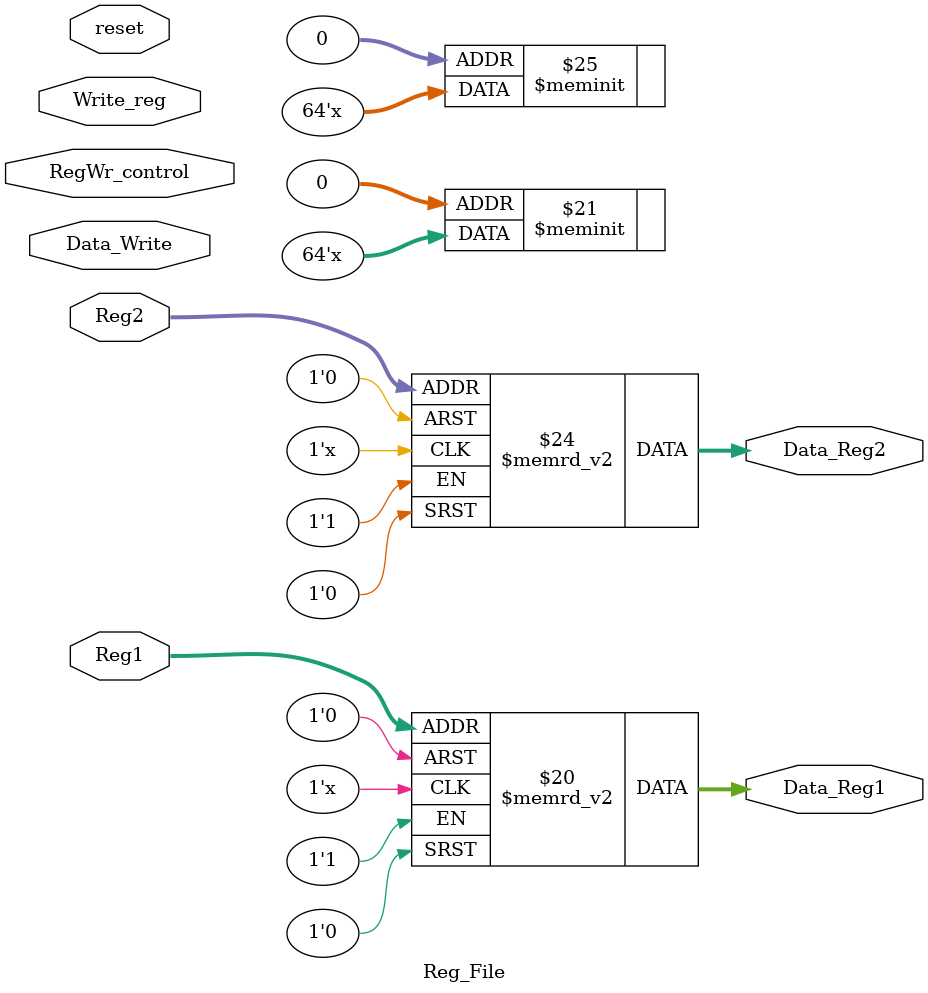
<source format=v>


module Reg_File(
  input [2:0] Reg1,
  input [2:0] Reg2,
  input [2:0] Write_reg,   
  input [7:0] Data_Write,
  input RegWr_control,
  input reset,
  output reg [7:0] Data_Reg1,
  output reg [7:0] Data_Reg2
  );
  
  reg [7:0] Reg_mem [7:0];    
  
  always@(negedge reset)
  begin
    if(reset == 0)
    begin
      Reg_mem[0] = 0;
      Reg_mem[1] = 1;
      Reg_mem[2] = 2;
      Reg_mem[3] = 3;
      Reg_mem[4] = 4;
      Reg_mem[5] = 5;
      Reg_mem[6] = 6;
      Reg_mem[7] = 7;
    end
  end
  
  always@(*)                          
  begin      
    Data_Reg1 <= Reg_mem[Reg1];
    Data_Reg2 <= Reg_mem[Reg2];  //for sequential execution
                                       
    if(RegWr_control == 1)
      Reg_mem[Write_reg] <= Data_Write;
  end
endmodule  


</source>
